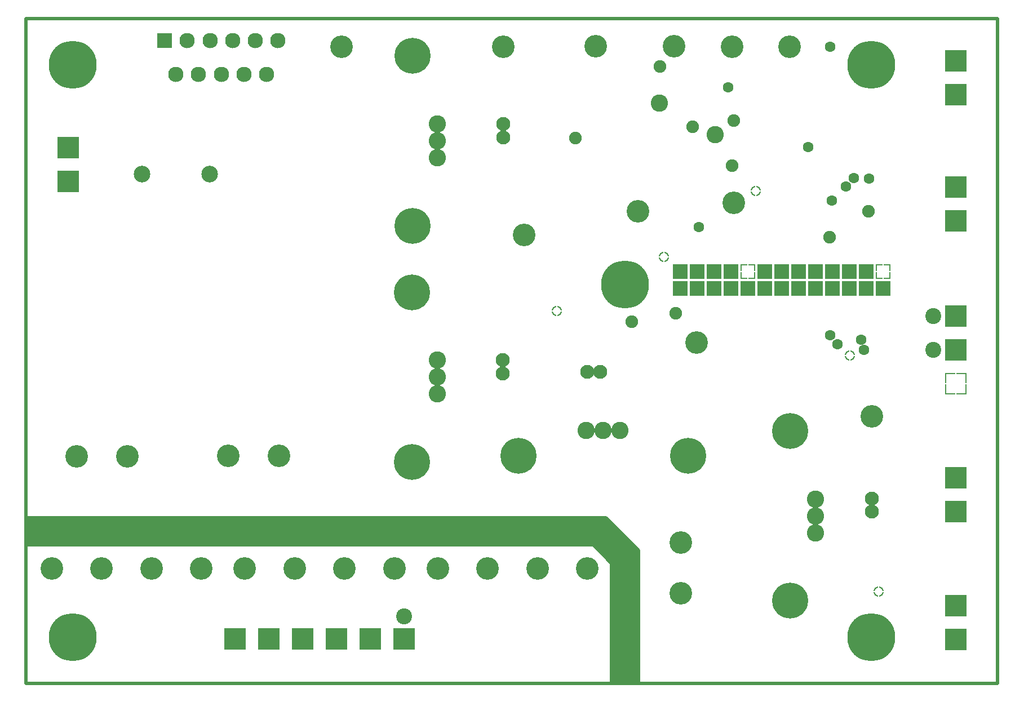
<source format=gbr>
%FSLAX33Y33*%
%MOMM*%
G04 EasyPC Gerber Version 17.0 Build 3379 *
%ADD129R,2.20000X2.20000*%
%ADD131R,2.30000X2.30000*%
%ADD121R,3.20000X3.20000*%
%ADD114C,0.52700*%
%ADD136C,1.60000*%
%ADD137C,1.90000*%
%ADD126C,2.10000*%
%ADD132C,2.30000*%
%ADD122C,2.40000*%
%ADD134C,2.50000*%
%ADD118C,2.60000*%
%ADD123C,2.60000*%
%ADD119C,3.40000*%
%ADD125C,5.40000*%
%AMT130*0 Thermal pad*4,1,6,0.90000,0.10000,0.90000,0.90000,0.10000,0.90000,0.10000,1.10000,1.10000,1.10000,1.10000,0.10000,0.90000,0.10000,0*4,1,6,-0.10000,0.90000,-0.90000,0.90000,-0.90000,0.10000,-1.10000,0.10000,-1.10000,1.10000,-0.10000,1.10000,-0.10000,0.90000,0*4,1,6,-0.90000,-0.10000,-0.90000,-0.90000,-0.10000,-0.90000,-0.10000,-1.10000,-1.10000,-1.10000,-1.10000,-0.10000,-0.90000,-0.10000,0*4,1,6,0.10000,-0.90000,0.90000,-0.90000,0.90000,-0.10000,1.10000,-0.10000,1.10000,-1.10000,0.10000,-1.10000,0.10000,-0.90000,0*%
%ADD130T130*%
%AMT128*0 Thermal pad*4,1,6,1.40000,0.10000,1.40000,1.40000,0.10000,1.40000,0.10000,1.60000,1.60000,1.60000,1.60000,0.10000,1.40000,0.10000,0*4,1,6,-0.10000,1.40000,-1.40000,1.40000,-1.40000,0.10000,-1.60000,0.10000,-1.60000,1.60000,-0.10000,1.60000,-0.10000,1.40000,0*4,1,6,-1.40000,-0.10000,-1.40000,-1.40000,-0.10000,-1.40000,-0.10000,-1.60000,-1.60000,-1.60000,-1.60000,-0.10000,-1.40000,-0.10000,0*4,1,6,0.10000,-1.40000,1.40000,-1.40000,1.40000,-0.10000,1.60000,-0.10000,1.60000,-1.60000,0.10000,-1.60000,0.10000,-1.40000,0*%
%ADD128T128*%
%AMT115*0 Thermal pad*7,0,0,1.60000,1.20000,0.20000,0*%
%ADD115T115*%
%ADD117C,7.20000*%
X0Y0D02*
D02*
D114*
X64Y889D02*
X146039D01*
Y100839*
X64*
Y889*
X92064D02*
X88001D01*
Y18964*
X85251Y21714*
X64*
Y25776*
X87189*
X92064Y20901*
Y889*
G36*
X88001*
Y18964*
X85251Y21714*
X64*
Y25776*
X87189*
X92064Y20901*
Y889*
G37*
D02*
D115*
X79794Y56849D03*
X95914Y65039D03*
X109689Y74939D03*
X123789Y50189D03*
X128139Y14714D03*
D02*
D117*
X7064Y7889D03*
Y93889D03*
X90064Y60889D03*
X127064Y7889D03*
Y93889D03*
D02*
D118*
X95189Y88114D03*
X103539Y83389D03*
D02*
D119*
X3888Y18146D03*
X7614Y34989D03*
X11389Y18146D03*
X15234Y34989D03*
X18889Y18146D03*
X26389D03*
X30414Y35089D03*
X32889Y18146D03*
X38034Y35089D03*
X40389Y18146D03*
X47439Y96589D03*
X47889Y18146D03*
X55389D03*
X61889D03*
X69389D03*
X71739Y96597D03*
X74839Y68339D03*
X76889Y18146D03*
X84389D03*
X85614Y96689D03*
X91939Y71889D03*
X97389Y96663D03*
X98439Y14489D03*
Y22109D03*
X100789Y52114D03*
X106089Y96614D03*
X106339Y73089D03*
X114789Y96614D03*
X127139Y41064D03*
D02*
D121*
X6389Y76384D03*
Y81464D03*
X31414Y7614D03*
X36493D03*
X41574D03*
X46654D03*
X51734D03*
X56814D03*
X139712Y26709D03*
Y31789D03*
Y51009D03*
Y56089D03*
Y70409D03*
Y75489D03*
X139739Y7509D03*
Y12589D03*
Y89409D03*
Y94489D03*
D02*
D122*
X56814Y10959D03*
X136362Y51009D03*
X136367Y56089D03*
D02*
D123*
X61839Y44399D03*
Y46939D03*
Y49479D03*
X61864Y79899D03*
Y82439D03*
Y84979D03*
X84198Y38914D03*
X86739D03*
X89279D03*
X118639Y23524D03*
Y26064D03*
Y28604D03*
D02*
D125*
X58049Y34189D03*
Y59689D03*
X58074Y69689D03*
Y95189D03*
X73989Y35124D03*
X99489D03*
X114849Y13314D03*
Y38814D03*
D02*
D126*
X71689Y47489D03*
Y49489D03*
X71739Y82964D03*
Y84964D03*
X84339Y47689D03*
X86339D03*
X127093Y26689D03*
Y28689D03*
D02*
D128*
X139712Y45929D03*
D02*
D129*
X98359Y60249D03*
Y62789D03*
X100899Y60249D03*
Y62789D03*
X103439Y60249D03*
Y62789D03*
X105978Y60249D03*
Y62789D03*
X108518Y60249D03*
X111059D03*
Y62789D03*
X113599Y60249D03*
Y62789D03*
X116139Y60249D03*
Y62789D03*
X118679Y60249D03*
Y62789D03*
X121218Y60249D03*
Y62789D03*
X123759Y60249D03*
Y62789D03*
X126299Y60249D03*
Y62789D03*
X128839Y60249D03*
D02*
D130*
X108518Y62789D03*
X128839D03*
D02*
D131*
X20870Y97522D03*
D02*
D132*
X22572Y92442D03*
X24274Y97522D03*
X25976Y92442D03*
X27678Y97522D03*
X29380Y92442D03*
X31081Y97522D03*
X32783Y92442D03*
X34485Y97522D03*
X36187Y92442D03*
X37889Y97522D03*
D02*
D134*
X17489Y77464D03*
X27649D03*
D02*
D136*
X101151Y69514D03*
X105539Y90489D03*
X117539Y81489D03*
X120889Y53214D03*
Y96589D03*
X121139Y73464D03*
X121939Y51889D03*
X123239Y75564D03*
X124389Y76839D03*
X125514Y52539D03*
X125939Y50989D03*
X126689Y76789D03*
D02*
D137*
X82611Y82892D03*
X91068Y55224D03*
X95314Y93614D03*
X97689Y56564D03*
X100214Y84564D03*
X106139Y78689D03*
X106339Y85489D03*
X120805Y67980D03*
X126614Y71864D03*
X0Y0D02*
M02*

</source>
